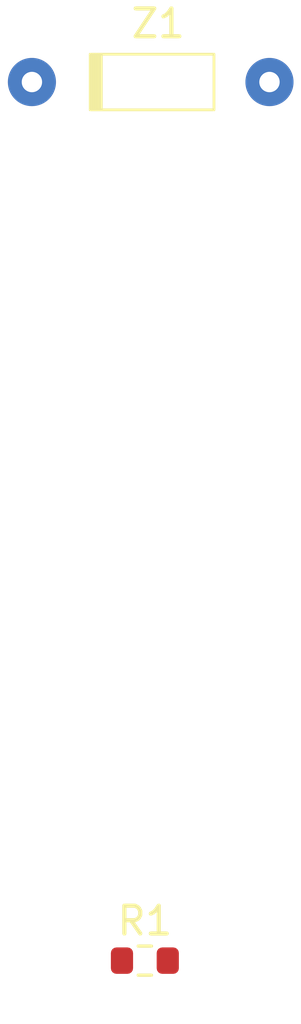
<source format=kicad_pcb>
(kicad_pcb (version 20240108) (generator "pcbnew") (generator_version "8.0")
  (layers (0 "F.Cu" signal) (31 "B.Cu" signal) (34 "B.Paste" user) (35 "F.Paste" user) (36 "B.SilkS" user "B.Silkscreen") (37 "F.SilkS" user "F.Silkscreen") (38 "B.Mask" user) (39 "F.Mask" user) (44 "Edge.Cuts" user))
  (net 0 "")
  (net 1 "Net-(R1-Pad2)")
  (net 2 "Net-(R1-Pad1)")
  (footprint "Resistor_SMD:R_0603_1608Metric" (layer "F.Cu") (at 117.295 73.08)
    (property "Reference" "R1" (at 0 -1.43 0) (layer "F.SilkS"))
    (property "Value" "R")
    (fp_line (start -0.237258 -0.5225) (end 0.237258 -0.5225) (stroke (width 0.12)) (layer "F.SilkS"))
    (fp_line (start -0.237258 0.5225) (end 0.237258 0.5225) (stroke (width 0.12)) (layer "F.SilkS"))
    (pad "1" smd roundrect (at -0.825 0) (size 0.8 0.95) (layers "F.Cu" "F.Paste" "F.Mask") (net 2 "Net-(R1-Pad1)"))
    (pad "2" smd roundrect (at 0.825 0) (size 0.8 0.95) (layers "F.Cu" "F.Paste" "F.Mask") (net 1 "Net-(R1-Pad2)"))
  )
  (footprint "digikey-footprints:DO-35" (layer "F.Cu") (at 113.225 41.5)
    (property "Reference" "Z1" (at 4.55 -2.1 0) (layer "F.SilkS"))
    (property "Value" "1N5231BTR")
    (fp_line (start 2.1 -1) (end 2.1 1) (stroke (width 0.1)) (layer "F.SilkS"))
    (fp_line (start 2.1 -1) (end 6.56 -1) (stroke (width 0.1)) (layer "F.SilkS"))
    (fp_line (start 2.2 -1) (end 2.2 1) (stroke (width 0.1)) (layer "F.SilkS"))
    (fp_line (start 2.3 -1) (end 2.3 1) (stroke (width 0.1)) (layer "F.SilkS"))
    (fp_line (start 2.4 -1) (end 2.4 1) (stroke (width 0.1)) (layer "F.SilkS"))
    (fp_line (start 2.5 -1) (end 2.5 1) (stroke (width 0.1)) (layer "F.SilkS"))
    (fp_line (start 6.56 -1) (end 6.56 1) (stroke (width 0.1)) (layer "F.SilkS"))
    (fp_line (start 6.56 1) (end 2.1 1) (stroke (width 0.1)) (layer "F.SilkS"))
    (pad "A" thru_hole circle (at 8.56 0) (size 1.733 1.733) (drill 0.733) (layers "*.Cu" "*.Mask") (net 1 "Net-(R1-Pad2)"))
    (pad "K" thru_hole circle (at 0 0) (size 1.733 1.733) (drill 0.733) (layers "*.Cu" "*.Mask") (net 2 "Net-(R1-Pad1)"))
  )
)
</source>
